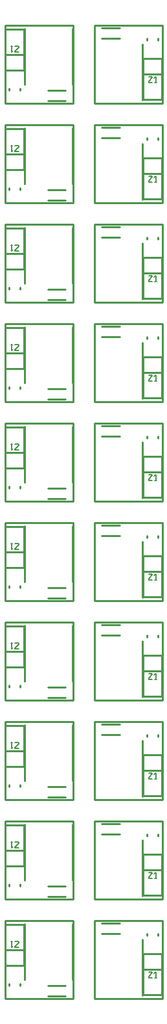
<source format=gbr>
G04 start of page 8 for group -4079 idx -4079 *
G04 Title: (unknown), topsilk *
G04 Creator: pcb 4.0.2 *
G04 CreationDate: Fri Feb  3 04:46:59 2023 UTC *
G04 For: ndholmes *
G04 Format: Gerber/RS-274X *
G04 PCB-Dimensions (mil): 1620.00 5800.00 *
G04 PCB-Coordinate-Origin: lower left *
%MOIN*%
%FSLAX25Y25*%
%LNTOPSILK*%
%ADD24C,0.0060*%
%ADD23C,0.0100*%
G54D23*X40500Y397500D02*X75500D01*
Y386500D02*Y346500D01*
X40500Y386500D02*Y346500D01*
Y386500D02*X75500D01*
Y437500D02*Y397500D01*
X40500Y437500D02*Y397500D01*
Y284500D02*Y244500D01*
Y346500D02*X75500D01*
X40500Y295500D02*X75500D01*
Y335500D02*Y295500D01*
X40500Y335500D02*Y295500D01*
Y335500D02*X75500D01*
X40500Y284500D02*X75500D01*
X40500Y448500D02*X75500D01*
Y488500D02*Y448500D01*
X40500Y488500D02*Y448500D01*
Y488500D02*X75500D01*
X40500Y499500D02*X75500D01*
Y539500D02*Y499500D01*
X40500Y539500D02*Y499500D01*
Y539500D02*X75500D01*
X40500Y437500D02*X75500D01*
X86500Y284500D02*X121500D01*
X86500Y335500D02*Y295500D01*
X121500Y335500D02*Y295500D01*
X86500D02*X121500D01*
X86500Y284500D02*Y244500D01*
X121500Y284500D02*Y244500D01*
Y437500D02*Y397500D01*
X86500Y335500D02*X121500D01*
X86500Y386500D02*X121500D01*
X86500D02*Y346500D01*
X121500Y386500D02*Y346500D01*
X86500D02*X121500D01*
X86500Y397500D02*X121500D01*
X86500Y437500D02*X121500D01*
X86500Y488500D02*Y448500D01*
X121500Y488500D02*Y448500D01*
X86500D02*X121500D01*
X86500Y437500D02*Y397500D01*
Y488500D02*X121500D01*
X86500Y539500D02*X121500D01*
X86500D02*Y499500D01*
X121500Y539500D02*Y499500D01*
X86500D02*X121500D01*
X40500Y244500D02*X75500D01*
Y233500D02*Y193500D01*
X40500Y233500D02*Y193500D01*
Y233500D02*X75500D01*
Y284500D02*Y244500D01*
X40500Y193500D02*X75500D01*
X40500Y142500D02*X75500D01*
Y182500D02*Y142500D01*
X40500Y182500D02*Y142500D01*
Y182500D02*X75500D01*
X40500Y131500D02*X75500D01*
X40500Y91500D02*X75500D01*
X40500Y80500D02*Y40500D01*
Y80500D02*X75500D01*
Y131500D02*Y91500D01*
X40500Y131500D02*Y91500D01*
Y40500D02*X75500D01*
Y80500D02*Y40500D01*
X86500Y80500D02*X121500D01*
X86500D02*Y40500D01*
X121500Y80500D02*Y40500D01*
X86500D02*X121500D01*
X86500Y131500D02*Y91500D01*
X121500Y131500D02*Y91500D01*
X86500D02*X121500D01*
X86500Y131500D02*X121500D01*
X86500Y182500D02*Y142500D01*
X121500Y182500D02*Y142500D01*
X86500D02*X121500D01*
X86500Y182500D02*X121500D01*
X86500Y233500D02*X121500D01*
X86500D02*Y193500D01*
X121500Y233500D02*Y193500D01*
X86500D02*X121500D01*
X86500Y244500D02*X121500D01*
X48255Y252093D02*Y251307D01*
X42745Y252093D02*Y251307D01*
X50300Y282500D02*Y261500D01*
X40700Y282500D02*Y261500D01*
X50300D01*
X40700Y282500D02*X50300D01*
X40700Y269500D02*X50300D01*
X62551Y302256D02*X71606D01*
X62551Y296744D02*X71606D01*
X50598Y282870D02*Y254130D01*
X75402Y282870D02*Y254130D01*
X62551Y251256D02*X71606D01*
X62551Y245744D02*X71606D01*
X50598Y231870D02*Y203130D01*
X75402Y231870D02*Y203130D01*
X48255Y201093D02*Y200307D01*
X42745Y201093D02*Y200307D01*
X50300Y231500D02*Y210500D01*
X40700Y231500D02*Y210500D01*
X50300D01*
X40700Y231500D02*X50300D01*
X40700Y218500D02*X50300D01*
X50598Y486870D02*Y458130D01*
X75402Y486870D02*Y458130D01*
X62551Y455256D02*X71606D01*
X62551Y449744D02*X71606D01*
X48255Y456093D02*Y455307D01*
X42745Y456093D02*Y455307D01*
X50300Y486500D02*Y465500D01*
X40700Y486500D02*Y465500D01*
X50300D01*
X40700Y486500D02*X50300D01*
X40700Y473500D02*X50300D01*
X48255Y507093D02*Y506307D01*
X42745Y507093D02*Y506307D01*
X62551Y506256D02*X71606D01*
X62551Y500744D02*X71606D01*
X50598Y537870D02*Y509130D01*
X75402Y537870D02*Y509130D01*
X50300Y537500D02*Y516500D01*
X40700Y537500D02*Y516500D01*
X50300D01*
X40700Y537500D02*X50300D01*
X40700Y524500D02*X50300D01*
X50598Y435870D02*Y407130D01*
X75402Y435870D02*Y407130D01*
X62551Y404256D02*X71606D01*
X62551Y398744D02*X71606D01*
X50598Y384870D02*Y356130D01*
X75402Y384870D02*Y356130D01*
X50300Y435500D02*Y414500D01*
X40700Y435500D02*Y414500D01*
X50300D01*
X40700Y435500D02*X50300D01*
X40700Y422500D02*X50300D01*
X48255Y405093D02*Y404307D01*
X42745Y405093D02*Y404307D01*
X50300Y384500D02*Y363500D01*
X40700Y384500D02*Y363500D01*
X50300D01*
X40700Y384500D02*X50300D01*
X40700Y371500D02*X50300D01*
X62551Y353256D02*X71606D01*
X62551Y347744D02*X71606D01*
X50598Y333870D02*Y305130D01*
X75402Y333870D02*Y305130D01*
X48255Y354093D02*Y353307D01*
X42745Y354093D02*Y353307D01*
X48255Y303093D02*Y302307D01*
X42745Y303093D02*Y302307D01*
X50300Y333500D02*Y312500D01*
X40700Y333500D02*Y312500D01*
X50300D01*
X40700Y333500D02*X50300D01*
X40700Y320500D02*X50300D01*
X62551Y200256D02*X71606D01*
X62551Y194744D02*X71606D01*
X50598Y180870D02*Y152130D01*
X75402Y180870D02*Y152130D01*
X48255Y150093D02*Y149307D01*
X42745Y150093D02*Y149307D01*
X50300Y180500D02*Y159500D01*
X40700Y180500D02*Y159500D01*
X50300D01*
X40700Y180500D02*X50300D01*
X40700Y167500D02*X50300D01*
X62551Y149256D02*X71606D01*
X62551Y143744D02*X71606D01*
X50598Y129870D02*Y101130D01*
X75402Y129870D02*Y101130D01*
X48255Y99093D02*Y98307D01*
X42745Y99093D02*Y98307D01*
X50300Y129500D02*Y108500D01*
X40700Y129500D02*Y108500D01*
X50300D01*
X40700Y129500D02*X50300D01*
X40700Y116500D02*X50300D01*
X62551Y98256D02*X71606D01*
X62551Y92744D02*X71606D01*
X50598Y78870D02*Y50130D01*
X75402Y78870D02*Y50130D01*
X62551Y47256D02*X71606D01*
X62551Y41744D02*X71606D01*
X48255Y48093D02*Y47307D01*
X42745Y48093D02*Y47307D01*
X50300Y78500D02*Y57500D01*
X40700Y78500D02*Y57500D01*
X50300D01*
X40700Y78500D02*X50300D01*
X40700Y65500D02*X50300D01*
X111402Y70870D02*Y42130D01*
X86598Y70870D02*Y42130D01*
X90394Y73744D02*X99449D01*
X90394Y79256D02*X99449D01*
X113745Y73693D02*Y72907D01*
X119255Y73693D02*Y72907D01*
X111700Y63500D02*Y42500D01*
X121300Y63500D02*Y42500D01*
X111700Y63500D02*X121300D01*
X111700Y42500D02*X121300D01*
X111700Y55500D02*X121300D01*
X111700Y114500D02*Y93500D01*
X121300Y114500D02*Y93500D01*
X111700Y114500D02*X121300D01*
X111700Y93500D02*X121300D01*
X111700Y106500D02*X121300D01*
X111402Y121870D02*Y93130D01*
X86598Y121870D02*Y93130D01*
X90394Y124744D02*X99449D01*
X90394Y130256D02*X99449D01*
X111402Y172870D02*Y144130D01*
X86598Y172870D02*Y144130D01*
X113745Y124693D02*Y123907D01*
X119255Y124693D02*Y123907D01*
X111700Y165500D02*Y144500D01*
X121300Y165500D02*Y144500D01*
X111700Y165500D02*X121300D01*
X111700Y144500D02*X121300D01*
X111700Y157500D02*X121300D01*
X90394Y175744D02*X99449D01*
X90394Y181256D02*X99449D01*
X111402Y223870D02*Y195130D01*
X86598Y223870D02*Y195130D01*
X113745Y175693D02*Y174907D01*
X119255Y175693D02*Y174907D01*
X111700Y216500D02*Y195500D01*
X121300Y216500D02*Y195500D01*
X111700Y216500D02*X121300D01*
X111700Y195500D02*X121300D01*
X111700Y208500D02*X121300D01*
X90394Y226744D02*X99449D01*
X90394Y232256D02*X99449D01*
X111402Y274870D02*Y246130D01*
X86598Y274870D02*Y246130D01*
X113745Y226693D02*Y225907D01*
X119255Y226693D02*Y225907D01*
X111700Y267500D02*Y246500D01*
X121300Y267500D02*Y246500D01*
X111700Y267500D02*X121300D01*
X111700Y246500D02*X121300D01*
X111700Y259500D02*X121300D01*
X90394Y277744D02*X99449D01*
X90394Y283256D02*X99449D01*
X111402Y325870D02*Y297130D01*
X86598Y325870D02*Y297130D01*
X113745Y277693D02*Y276907D01*
X119255Y277693D02*Y276907D01*
X111700Y318500D02*Y297500D01*
X121300Y318500D02*Y297500D01*
X111700Y318500D02*X121300D01*
X111700Y297500D02*X121300D01*
X111700Y310500D02*X121300D01*
X90394Y328744D02*X99449D01*
X90394Y334256D02*X99449D01*
X111402Y376870D02*Y348130D01*
X86598Y376870D02*Y348130D01*
X113745Y328693D02*Y327907D01*
X119255Y328693D02*Y327907D01*
X111700Y369500D02*Y348500D01*
X121300Y369500D02*Y348500D01*
X111700Y369500D02*X121300D01*
X111700Y348500D02*X121300D01*
X111700Y361500D02*X121300D01*
X90394Y379744D02*X99449D01*
X90394Y385256D02*X99449D01*
X111402Y427870D02*Y399130D01*
X86598Y427870D02*Y399130D01*
X113745Y379693D02*Y378907D01*
X119255Y379693D02*Y378907D01*
X111700Y420500D02*Y399500D01*
X121300Y420500D02*Y399500D01*
X111700Y420500D02*X121300D01*
X111700Y399500D02*X121300D01*
X111700Y412500D02*X121300D01*
X90394Y430744D02*X99449D01*
X90394Y436256D02*X99449D01*
X111402Y478870D02*Y450130D01*
X86598Y478870D02*Y450130D01*
X113745Y430693D02*Y429907D01*
X119255Y430693D02*Y429907D01*
X111700Y471500D02*Y450500D01*
X121300Y471500D02*Y450500D01*
X111700Y471500D02*X121300D01*
X111700Y450500D02*X121300D01*
X111700Y463500D02*X121300D01*
X90394Y481744D02*X99449D01*
X90394Y487256D02*X99449D01*
X111402Y529870D02*Y501130D01*
X86598Y529870D02*Y501130D01*
X113745Y481693D02*Y480907D01*
X119255Y481693D02*Y480907D01*
X113745Y532693D02*Y531907D01*
X119255Y532693D02*Y531907D01*
X90394Y532744D02*X99449D01*
X90394Y538256D02*X99449D01*
X111700Y522500D02*Y501500D01*
X121300Y522500D02*Y501500D01*
X111700Y522500D02*X121300D01*
X111700Y501500D02*X121300D01*
X111700Y514500D02*X121300D01*
G54D24*X45575Y321770D02*X47500D01*
X45575Y322155D02*Y321770D01*
X47500Y324080D02*X45575Y322155D01*
X47500Y324850D02*Y324080D01*
X45575Y324850D02*X47500D01*
X43496D02*X44266D01*
X43881D02*Y321770D01*
X44651Y322540D02*X43881Y321770D01*
X45575Y270770D02*X47500D01*
X45575Y271155D02*Y270770D01*
X47500Y273080D02*X45575Y271155D01*
X47500Y273850D02*Y273080D01*
X45575Y273850D02*X47500D01*
X43496D02*X44266D01*
X43881D02*Y270770D01*
X44651Y271540D02*X43881Y270770D01*
X45575Y423770D02*X47500D01*
X45575Y424155D02*Y423770D01*
X47500Y426080D02*X45575Y424155D01*
X47500Y426850D02*Y426080D01*
X45575Y426850D02*X47500D01*
X43496D02*X44266D01*
X43881D02*Y423770D01*
X44651Y424540D02*X43881Y423770D01*
X45575Y525770D02*X47500D01*
X45575Y526155D02*Y525770D01*
X47500Y528080D02*X45575Y526155D01*
X47500Y528850D02*Y528080D01*
X45575Y528850D02*X47500D01*
X43496D02*X44266D01*
X43881D02*Y525770D01*
X44651Y526540D02*X43881Y525770D01*
X45575Y474770D02*X47500D01*
X45575Y475155D02*Y474770D01*
X47500Y477080D02*X45575Y475155D01*
X47500Y477850D02*Y477080D01*
X45575Y477850D02*X47500D01*
X43496D02*X44266D01*
X43881D02*Y474770D01*
X44651Y475540D02*X43881Y474770D01*
X45575Y372770D02*X47500D01*
X45575Y373155D02*Y372770D01*
X47500Y375080D02*X45575Y373155D01*
X47500Y375850D02*Y375080D01*
X45575Y375850D02*X47500D01*
X43496D02*X44266D01*
X43881D02*Y372770D01*
X44651Y373540D02*X43881Y372770D01*
X45575Y219770D02*X47500D01*
X45575Y220155D02*Y219770D01*
X47500Y222080D02*X45575Y220155D01*
X47500Y222850D02*Y222080D01*
X45575Y222850D02*X47500D01*
X43496D02*X44266D01*
X43881D02*Y219770D01*
X44651Y220540D02*X43881Y219770D01*
X45575Y168770D02*X47500D01*
X45575Y169155D02*Y168770D01*
X47500Y171080D02*X45575Y169155D01*
X47500Y171850D02*Y171080D01*
X45575Y171850D02*X47500D01*
X43496D02*X44266D01*
X43881D02*Y168770D01*
X44651Y169540D02*X43881Y168770D01*
X45575Y117770D02*X47500D01*
X45575Y118155D02*Y117770D01*
X47500Y120080D02*X45575Y118155D01*
X47500Y120850D02*Y120080D01*
X45575Y120850D02*X47500D01*
X43496D02*X44266D01*
X43881D02*Y117770D01*
X44651Y118540D02*X43881Y117770D01*
X45575Y66770D02*X47500D01*
X45575Y67155D02*Y66770D01*
X47500Y69080D02*X45575Y67155D01*
X47500Y69850D02*Y69080D01*
X45575Y69850D02*X47500D01*
X43496D02*X44266D01*
X43881D02*Y66770D01*
X44651Y67540D02*X43881Y66770D01*
X114500Y54230D02*X116425D01*
Y53845D01*
X114500Y51920D02*X116425Y53845D01*
X114500Y51920D02*Y51150D01*
X116425D01*
X117734D02*X118504D01*
X118119Y54230D02*Y51150D01*
X117349Y53460D02*X118119Y54230D01*
X114500Y105230D02*X116425D01*
Y104845D01*
X114500Y102920D02*X116425Y104845D01*
X114500Y102920D02*Y102150D01*
X116425D01*
X117734D02*X118504D01*
X118119Y105230D02*Y102150D01*
X117349Y104460D02*X118119Y105230D01*
X114500Y156230D02*X116425D01*
Y155845D01*
X114500Y153920D02*X116425Y155845D01*
X114500Y153920D02*Y153150D01*
X116425D01*
X117734D02*X118504D01*
X118119Y156230D02*Y153150D01*
X117349Y155460D02*X118119Y156230D01*
X114500Y207230D02*X116425D01*
Y206845D01*
X114500Y204920D02*X116425Y206845D01*
X114500Y204920D02*Y204150D01*
X116425D01*
X117734D02*X118504D01*
X118119Y207230D02*Y204150D01*
X117349Y206460D02*X118119Y207230D01*
X114500Y258230D02*X116425D01*
Y257845D01*
X114500Y255920D02*X116425Y257845D01*
X114500Y255920D02*Y255150D01*
X116425D01*
X117734D02*X118504D01*
X118119Y258230D02*Y255150D01*
X117349Y257460D02*X118119Y258230D01*
X114500Y309230D02*X116425D01*
Y308845D01*
X114500Y306920D02*X116425Y308845D01*
X114500Y306920D02*Y306150D01*
X116425D01*
X117734D02*X118504D01*
X118119Y309230D02*Y306150D01*
X117349Y308460D02*X118119Y309230D01*
X114500Y360230D02*X116425D01*
Y359845D01*
X114500Y357920D02*X116425Y359845D01*
X114500Y357920D02*Y357150D01*
X116425D01*
X117734D02*X118504D01*
X118119Y360230D02*Y357150D01*
X117349Y359460D02*X118119Y360230D01*
X114500Y411230D02*X116425D01*
Y410845D01*
X114500Y408920D02*X116425Y410845D01*
X114500Y408920D02*Y408150D01*
X116425D01*
X117734D02*X118504D01*
X118119Y411230D02*Y408150D01*
X117349Y410460D02*X118119Y411230D01*
X114500Y462230D02*X116425D01*
Y461845D01*
X114500Y459920D02*X116425Y461845D01*
X114500Y459920D02*Y459150D01*
X116425D01*
X117734D02*X118504D01*
X118119Y462230D02*Y459150D01*
X117349Y461460D02*X118119Y462230D01*
X114500Y513230D02*X116425D01*
Y512845D01*
X114500Y510920D02*X116425Y512845D01*
X114500Y510920D02*Y510150D01*
X116425D01*
X117734D02*X118504D01*
X118119Y513230D02*Y510150D01*
X117349Y512460D02*X118119Y513230D01*
M02*

</source>
